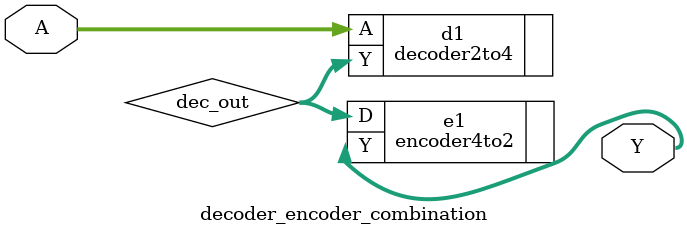
<source format=v>
module decoder_encoder_combination (
    input [1:0] A,
    output [1:0] Y
);
    wire [3:0] dec_out;
   
    decoder2to4 d1 (.A(A), .Y(dec_out));
    encoder4to2 e1 (.D(dec_out), .Y(Y));

endmodule

</source>
